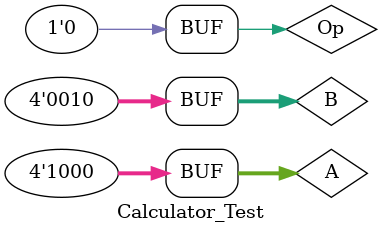
<source format=v>
`timescale 1ns / 1ps


module Calculator_Test;

	// Inputs
	reg [3:0] A;
	reg [3:0] B;
	reg Op;

	// Outputs
	wire [3:0] Out;
	wire cy;

	// Instantiate the Unit Under Test (UUT)
	Calculator uut (
		.A(A), 
		.B(B), 
		.Op(Op), 
		.Out(Out),
		.cy(cy)
	);

	initial begin
		// Initialize Inputs
		A = 4;
		B = 3;
		Op = 1;

		// Wait 100 ns for global reset to finish
		#100;
       // Initialize Inputs
		A = 8;
		B = 2;
		Op = 0;

		// Wait 100 ns for global reset to finish
		#100;
		// Add stimulus here

	end
      
endmodule


</source>
